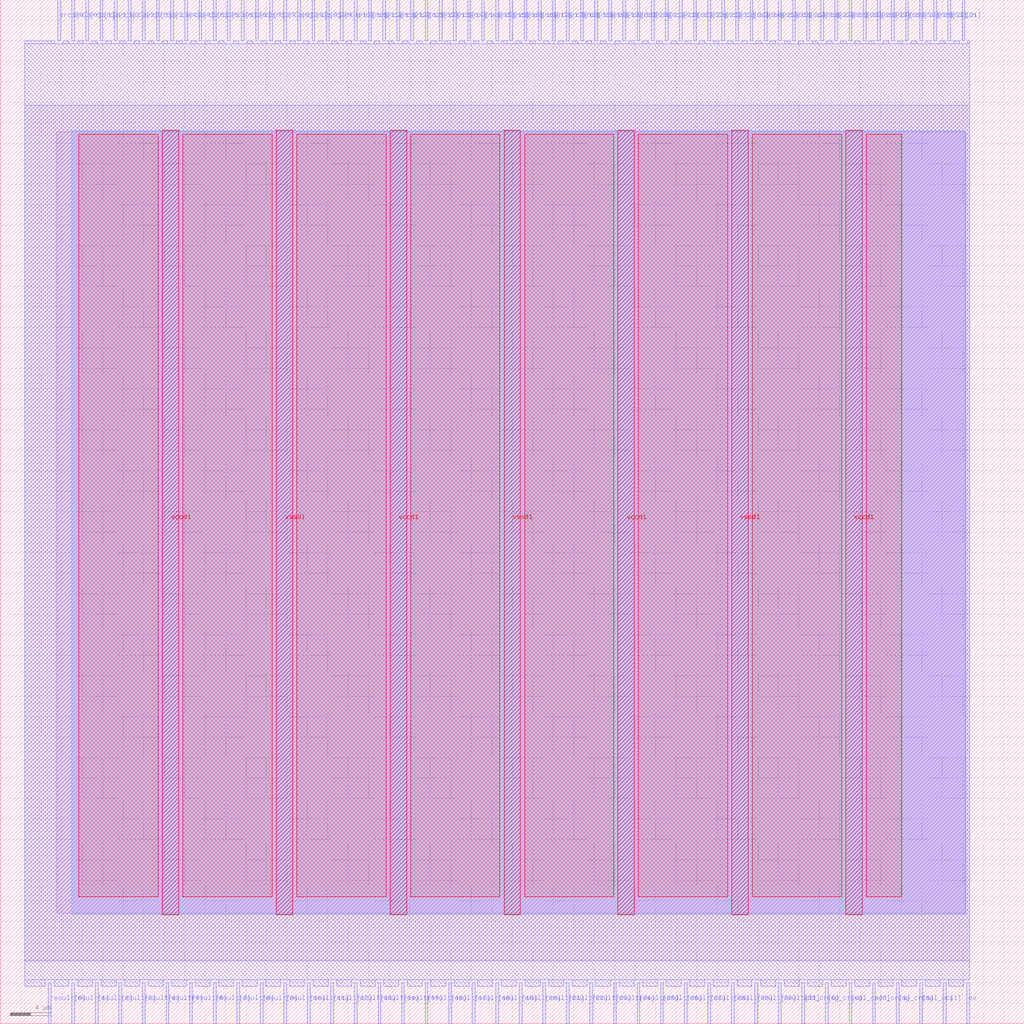
<source format=lef>
VERSION 5.7 ;
  NOWIREEXTENSIONATPIN ON ;
  DIVIDERCHAR "/" ;
  BUSBITCHARS "[]" ;
MACRO ALU
  CLASS BLOCK ;
  FOREIGN ALU ;
  ORIGIN 0.000 0.000 ;
  SIZE 100.000 BY 100.000 ;
  PIN add_cr[0]
    DIRECTION OUTPUT TRISTATE ;
    USE SIGNAL ;
    PORT
      LAYER met2 ;
        RECT 78.290 0.000 78.570 4.000 ;
    END
  END add_cr[0]
  PIN add_cr[1]
    DIRECTION OUTPUT TRISTATE ;
    USE SIGNAL ;
    PORT
      LAYER met2 ;
        RECT 85.190 0.000 85.470 4.000 ;
    END
  END add_cr[1]
  PIN ca
    DIRECTION OUTPUT TRISTATE ;
    USE SIGNAL ;
    PORT
      LAYER met2 ;
        RECT 92.090 0.000 92.370 4.000 ;
    END
  END ca
  PIN cin
    DIRECTION INPUT ;
    USE SIGNAL ;
    PORT
      LAYER met2 ;
        RECT 93.930 96.000 94.210 100.000 ;
    END
  END cin
  PIN cmp_cr[0]
    DIRECTION OUTPUT TRISTATE ;
    USE SIGNAL ;
    PORT
      LAYER met2 ;
        RECT 80.590 0.000 80.870 4.000 ;
    END
  END cmp_cr[0]
  PIN cmp_cr[1]
    DIRECTION OUTPUT TRISTATE ;
    USE SIGNAL ;
    PORT
      LAYER met2 ;
        RECT 87.490 0.000 87.770 4.000 ;
    END
  END cmp_cr[1]
  PIN cmpl_cr[0]
    DIRECTION OUTPUT TRISTATE ;
    USE SIGNAL ;
    PORT
      LAYER met2 ;
        RECT 82.890 0.000 83.170 4.000 ;
    END
  END cmpl_cr[0]
  PIN cmpl_cr[1]
    DIRECTION OUTPUT TRISTATE ;
    USE SIGNAL ;
    PORT
      LAYER met2 ;
        RECT 89.790 0.000 90.070 4.000 ;
    END
  END cmpl_cr[1]
  PIN ov
    DIRECTION OUTPUT TRISTATE ;
    USE SIGNAL ;
    PORT
      LAYER met2 ;
        RECT 94.390 0.000 94.670 4.000 ;
    END
  END ov
  PIN result[0]
    DIRECTION OUTPUT TRISTATE ;
    USE SIGNAL ;
    PORT
      LAYER met2 ;
        RECT 4.690 0.000 4.970 4.000 ;
    END
  END result[0]
  PIN result[10]
    DIRECTION OUTPUT TRISTATE ;
    USE SIGNAL ;
    PORT
      LAYER met2 ;
        RECT 27.690 0.000 27.970 4.000 ;
    END
  END result[10]
  PIN result[11]
    DIRECTION OUTPUT TRISTATE ;
    USE SIGNAL ;
    PORT
      LAYER met2 ;
        RECT 29.990 0.000 30.270 4.000 ;
    END
  END result[11]
  PIN result[12]
    DIRECTION OUTPUT TRISTATE ;
    USE SIGNAL ;
    PORT
      LAYER met2 ;
        RECT 32.290 0.000 32.570 4.000 ;
    END
  END result[12]
  PIN result[13]
    DIRECTION OUTPUT TRISTATE ;
    USE SIGNAL ;
    PORT
      LAYER met2 ;
        RECT 34.590 0.000 34.870 4.000 ;
    END
  END result[13]
  PIN result[14]
    DIRECTION OUTPUT TRISTATE ;
    USE SIGNAL ;
    PORT
      LAYER met2 ;
        RECT 36.890 0.000 37.170 4.000 ;
    END
  END result[14]
  PIN result[15]
    DIRECTION OUTPUT TRISTATE ;
    USE SIGNAL ;
    PORT
      LAYER met2 ;
        RECT 39.190 0.000 39.470 4.000 ;
    END
  END result[15]
  PIN result[16]
    DIRECTION OUTPUT TRISTATE ;
    USE SIGNAL ;
    PORT
      LAYER met2 ;
        RECT 41.490 0.000 41.770 4.000 ;
    END
  END result[16]
  PIN result[17]
    DIRECTION OUTPUT TRISTATE ;
    USE SIGNAL ;
    PORT
      LAYER met2 ;
        RECT 43.790 0.000 44.070 4.000 ;
    END
  END result[17]
  PIN result[18]
    DIRECTION OUTPUT TRISTATE ;
    USE SIGNAL ;
    PORT
      LAYER met2 ;
        RECT 46.090 0.000 46.370 4.000 ;
    END
  END result[18]
  PIN result[19]
    DIRECTION OUTPUT TRISTATE ;
    USE SIGNAL ;
    PORT
      LAYER met2 ;
        RECT 48.390 0.000 48.670 4.000 ;
    END
  END result[19]
  PIN result[1]
    DIRECTION OUTPUT TRISTATE ;
    USE SIGNAL ;
    PORT
      LAYER met2 ;
        RECT 6.990 0.000 7.270 4.000 ;
    END
  END result[1]
  PIN result[20]
    DIRECTION OUTPUT TRISTATE ;
    USE SIGNAL ;
    PORT
      LAYER met2 ;
        RECT 50.690 0.000 50.970 4.000 ;
    END
  END result[20]
  PIN result[21]
    DIRECTION OUTPUT TRISTATE ;
    USE SIGNAL ;
    PORT
      LAYER met2 ;
        RECT 52.990 0.000 53.270 4.000 ;
    END
  END result[21]
  PIN result[22]
    DIRECTION OUTPUT TRISTATE ;
    USE SIGNAL ;
    PORT
      LAYER met2 ;
        RECT 55.290 0.000 55.570 4.000 ;
    END
  END result[22]
  PIN result[23]
    DIRECTION OUTPUT TRISTATE ;
    USE SIGNAL ;
    PORT
      LAYER met2 ;
        RECT 57.590 0.000 57.870 4.000 ;
    END
  END result[23]
  PIN result[24]
    DIRECTION OUTPUT TRISTATE ;
    USE SIGNAL ;
    PORT
      LAYER met2 ;
        RECT 59.890 0.000 60.170 4.000 ;
    END
  END result[24]
  PIN result[25]
    DIRECTION OUTPUT TRISTATE ;
    USE SIGNAL ;
    PORT
      LAYER met2 ;
        RECT 62.190 0.000 62.470 4.000 ;
    END
  END result[25]
  PIN result[26]
    DIRECTION OUTPUT TRISTATE ;
    USE SIGNAL ;
    PORT
      LAYER met2 ;
        RECT 64.490 0.000 64.770 4.000 ;
    END
  END result[26]
  PIN result[27]
    DIRECTION OUTPUT TRISTATE ;
    USE SIGNAL ;
    PORT
      LAYER met2 ;
        RECT 66.790 0.000 67.070 4.000 ;
    END
  END result[27]
  PIN result[28]
    DIRECTION OUTPUT TRISTATE ;
    USE SIGNAL ;
    PORT
      LAYER met2 ;
        RECT 69.090 0.000 69.370 4.000 ;
    END
  END result[28]
  PIN result[29]
    DIRECTION OUTPUT TRISTATE ;
    USE SIGNAL ;
    PORT
      LAYER met2 ;
        RECT 71.390 0.000 71.670 4.000 ;
    END
  END result[29]
  PIN result[2]
    DIRECTION OUTPUT TRISTATE ;
    USE SIGNAL ;
    PORT
      LAYER met2 ;
        RECT 9.290 0.000 9.570 4.000 ;
    END
  END result[2]
  PIN result[30]
    DIRECTION OUTPUT TRISTATE ;
    USE SIGNAL ;
    PORT
      LAYER met2 ;
        RECT 73.690 0.000 73.970 4.000 ;
    END
  END result[30]
  PIN result[31]
    DIRECTION OUTPUT TRISTATE ;
    USE SIGNAL ;
    PORT
      LAYER met2 ;
        RECT 75.990 0.000 76.270 4.000 ;
    END
  END result[31]
  PIN result[3]
    DIRECTION OUTPUT TRISTATE ;
    USE SIGNAL ;
    PORT
      LAYER met2 ;
        RECT 11.590 0.000 11.870 4.000 ;
    END
  END result[3]
  PIN result[4]
    DIRECTION OUTPUT TRISTATE ;
    USE SIGNAL ;
    PORT
      LAYER met2 ;
        RECT 13.890 0.000 14.170 4.000 ;
    END
  END result[4]
  PIN result[5]
    DIRECTION OUTPUT TRISTATE ;
    USE SIGNAL ;
    PORT
      LAYER met2 ;
        RECT 16.190 0.000 16.470 4.000 ;
    END
  END result[5]
  PIN result[6]
    DIRECTION OUTPUT TRISTATE ;
    USE SIGNAL ;
    PORT
      LAYER met2 ;
        RECT 18.490 0.000 18.770 4.000 ;
    END
  END result[6]
  PIN result[7]
    DIRECTION OUTPUT TRISTATE ;
    USE SIGNAL ;
    PORT
      LAYER met2 ;
        RECT 20.790 0.000 21.070 4.000 ;
    END
  END result[7]
  PIN result[8]
    DIRECTION OUTPUT TRISTATE ;
    USE SIGNAL ;
    PORT
      LAYER met2 ;
        RECT 23.090 0.000 23.370 4.000 ;
    END
  END result[8]
  PIN result[9]
    DIRECTION OUTPUT TRISTATE ;
    USE SIGNAL ;
    PORT
      LAYER met2 ;
        RECT 25.390 0.000 25.670 4.000 ;
    END
  END result[9]
  PIN src1[0]
    DIRECTION INPUT ;
    USE SIGNAL ;
    PORT
      LAYER met2 ;
        RECT 5.610 96.000 5.890 100.000 ;
    END
  END src1[0]
  PIN src1[10]
    DIRECTION INPUT ;
    USE SIGNAL ;
    PORT
      LAYER met2 ;
        RECT 33.210 96.000 33.490 100.000 ;
    END
  END src1[10]
  PIN src1[11]
    DIRECTION INPUT ;
    USE SIGNAL ;
    PORT
      LAYER met2 ;
        RECT 35.970 96.000 36.250 100.000 ;
    END
  END src1[11]
  PIN src1[12]
    DIRECTION INPUT ;
    USE SIGNAL ;
    PORT
      LAYER met2 ;
        RECT 38.730 96.000 39.010 100.000 ;
    END
  END src1[12]
  PIN src1[13]
    DIRECTION INPUT ;
    USE SIGNAL ;
    PORT
      LAYER met2 ;
        RECT 41.490 96.000 41.770 100.000 ;
    END
  END src1[13]
  PIN src1[14]
    DIRECTION INPUT ;
    USE SIGNAL ;
    PORT
      LAYER met2 ;
        RECT 44.250 96.000 44.530 100.000 ;
    END
  END src1[14]
  PIN src1[15]
    DIRECTION INPUT ;
    USE SIGNAL ;
    PORT
      LAYER met2 ;
        RECT 47.010 96.000 47.290 100.000 ;
    END
  END src1[15]
  PIN src1[16]
    DIRECTION INPUT ;
    USE SIGNAL ;
    PORT
      LAYER met2 ;
        RECT 49.770 96.000 50.050 100.000 ;
    END
  END src1[16]
  PIN src1[17]
    DIRECTION INPUT ;
    USE SIGNAL ;
    PORT
      LAYER met2 ;
        RECT 52.530 96.000 52.810 100.000 ;
    END
  END src1[17]
  PIN src1[18]
    DIRECTION INPUT ;
    USE SIGNAL ;
    PORT
      LAYER met2 ;
        RECT 55.290 96.000 55.570 100.000 ;
    END
  END src1[18]
  PIN src1[19]
    DIRECTION INPUT ;
    USE SIGNAL ;
    PORT
      LAYER met2 ;
        RECT 58.050 96.000 58.330 100.000 ;
    END
  END src1[19]
  PIN src1[1]
    DIRECTION INPUT ;
    USE SIGNAL ;
    PORT
      LAYER met2 ;
        RECT 8.370 96.000 8.650 100.000 ;
    END
  END src1[1]
  PIN src1[20]
    DIRECTION INPUT ;
    USE SIGNAL ;
    PORT
      LAYER met2 ;
        RECT 60.810 96.000 61.090 100.000 ;
    END
  END src1[20]
  PIN src1[21]
    DIRECTION INPUT ;
    USE SIGNAL ;
    PORT
      LAYER met2 ;
        RECT 63.570 96.000 63.850 100.000 ;
    END
  END src1[21]
  PIN src1[22]
    DIRECTION INPUT ;
    USE SIGNAL ;
    PORT
      LAYER met2 ;
        RECT 66.330 96.000 66.610 100.000 ;
    END
  END src1[22]
  PIN src1[23]
    DIRECTION INPUT ;
    USE SIGNAL ;
    PORT
      LAYER met2 ;
        RECT 69.090 96.000 69.370 100.000 ;
    END
  END src1[23]
  PIN src1[24]
    DIRECTION INPUT ;
    USE SIGNAL ;
    PORT
      LAYER met2 ;
        RECT 71.850 96.000 72.130 100.000 ;
    END
  END src1[24]
  PIN src1[25]
    DIRECTION INPUT ;
    USE SIGNAL ;
    PORT
      LAYER met2 ;
        RECT 74.610 96.000 74.890 100.000 ;
    END
  END src1[25]
  PIN src1[26]
    DIRECTION INPUT ;
    USE SIGNAL ;
    PORT
      LAYER met2 ;
        RECT 77.370 96.000 77.650 100.000 ;
    END
  END src1[26]
  PIN src1[27]
    DIRECTION INPUT ;
    USE SIGNAL ;
    PORT
      LAYER met2 ;
        RECT 80.130 96.000 80.410 100.000 ;
    END
  END src1[27]
  PIN src1[28]
    DIRECTION INPUT ;
    USE SIGNAL ;
    PORT
      LAYER met2 ;
        RECT 82.890 96.000 83.170 100.000 ;
    END
  END src1[28]
  PIN src1[29]
    DIRECTION INPUT ;
    USE SIGNAL ;
    PORT
      LAYER met2 ;
        RECT 85.650 96.000 85.930 100.000 ;
    END
  END src1[29]
  PIN src1[2]
    DIRECTION INPUT ;
    USE SIGNAL ;
    PORT
      LAYER met2 ;
        RECT 11.130 96.000 11.410 100.000 ;
    END
  END src1[2]
  PIN src1[30]
    DIRECTION INPUT ;
    USE SIGNAL ;
    PORT
      LAYER met2 ;
        RECT 88.410 96.000 88.690 100.000 ;
    END
  END src1[30]
  PIN src1[31]
    DIRECTION INPUT ;
    USE SIGNAL ;
    PORT
      LAYER met2 ;
        RECT 91.170 96.000 91.450 100.000 ;
    END
  END src1[31]
  PIN src1[3]
    DIRECTION INPUT ;
    USE SIGNAL ;
    PORT
      LAYER met2 ;
        RECT 13.890 96.000 14.170 100.000 ;
    END
  END src1[3]
  PIN src1[4]
    DIRECTION INPUT ;
    USE SIGNAL ;
    PORT
      LAYER met2 ;
        RECT 16.650 96.000 16.930 100.000 ;
    END
  END src1[4]
  PIN src1[5]
    DIRECTION INPUT ;
    USE SIGNAL ;
    PORT
      LAYER met2 ;
        RECT 19.410 96.000 19.690 100.000 ;
    END
  END src1[5]
  PIN src1[6]
    DIRECTION INPUT ;
    USE SIGNAL ;
    PORT
      LAYER met2 ;
        RECT 22.170 96.000 22.450 100.000 ;
    END
  END src1[6]
  PIN src1[7]
    DIRECTION INPUT ;
    USE SIGNAL ;
    PORT
      LAYER met2 ;
        RECT 24.930 96.000 25.210 100.000 ;
    END
  END src1[7]
  PIN src1[8]
    DIRECTION INPUT ;
    USE SIGNAL ;
    PORT
      LAYER met2 ;
        RECT 27.690 96.000 27.970 100.000 ;
    END
  END src1[8]
  PIN src1[9]
    DIRECTION INPUT ;
    USE SIGNAL ;
    PORT
      LAYER met2 ;
        RECT 30.450 96.000 30.730 100.000 ;
    END
  END src1[9]
  PIN src2[0]
    DIRECTION INPUT ;
    USE SIGNAL ;
    PORT
      LAYER met2 ;
        RECT 6.990 96.000 7.270 100.000 ;
    END
  END src2[0]
  PIN src2[10]
    DIRECTION INPUT ;
    USE SIGNAL ;
    PORT
      LAYER met2 ;
        RECT 34.590 96.000 34.870 100.000 ;
    END
  END src2[10]
  PIN src2[11]
    DIRECTION INPUT ;
    USE SIGNAL ;
    PORT
      LAYER met2 ;
        RECT 37.350 96.000 37.630 100.000 ;
    END
  END src2[11]
  PIN src2[12]
    DIRECTION INPUT ;
    USE SIGNAL ;
    PORT
      LAYER met2 ;
        RECT 40.110 96.000 40.390 100.000 ;
    END
  END src2[12]
  PIN src2[13]
    DIRECTION INPUT ;
    USE SIGNAL ;
    PORT
      LAYER met2 ;
        RECT 42.870 96.000 43.150 100.000 ;
    END
  END src2[13]
  PIN src2[14]
    DIRECTION INPUT ;
    USE SIGNAL ;
    PORT
      LAYER met2 ;
        RECT 45.630 96.000 45.910 100.000 ;
    END
  END src2[14]
  PIN src2[15]
    DIRECTION INPUT ;
    USE SIGNAL ;
    PORT
      LAYER met2 ;
        RECT 48.390 96.000 48.670 100.000 ;
    END
  END src2[15]
  PIN src2[16]
    DIRECTION INPUT ;
    USE SIGNAL ;
    PORT
      LAYER met2 ;
        RECT 51.150 96.000 51.430 100.000 ;
    END
  END src2[16]
  PIN src2[17]
    DIRECTION INPUT ;
    USE SIGNAL ;
    PORT
      LAYER met2 ;
        RECT 53.910 96.000 54.190 100.000 ;
    END
  END src2[17]
  PIN src2[18]
    DIRECTION INPUT ;
    USE SIGNAL ;
    PORT
      LAYER met2 ;
        RECT 56.670 96.000 56.950 100.000 ;
    END
  END src2[18]
  PIN src2[19]
    DIRECTION INPUT ;
    USE SIGNAL ;
    PORT
      LAYER met2 ;
        RECT 59.430 96.000 59.710 100.000 ;
    END
  END src2[19]
  PIN src2[1]
    DIRECTION INPUT ;
    USE SIGNAL ;
    PORT
      LAYER met2 ;
        RECT 9.750 96.000 10.030 100.000 ;
    END
  END src2[1]
  PIN src2[20]
    DIRECTION INPUT ;
    USE SIGNAL ;
    PORT
      LAYER met2 ;
        RECT 62.190 96.000 62.470 100.000 ;
    END
  END src2[20]
  PIN src2[21]
    DIRECTION INPUT ;
    USE SIGNAL ;
    PORT
      LAYER met2 ;
        RECT 64.950 96.000 65.230 100.000 ;
    END
  END src2[21]
  PIN src2[22]
    DIRECTION INPUT ;
    USE SIGNAL ;
    PORT
      LAYER met2 ;
        RECT 67.710 96.000 67.990 100.000 ;
    END
  END src2[22]
  PIN src2[23]
    DIRECTION INPUT ;
    USE SIGNAL ;
    PORT
      LAYER met2 ;
        RECT 70.470 96.000 70.750 100.000 ;
    END
  END src2[23]
  PIN src2[24]
    DIRECTION INPUT ;
    USE SIGNAL ;
    PORT
      LAYER met2 ;
        RECT 73.230 96.000 73.510 100.000 ;
    END
  END src2[24]
  PIN src2[25]
    DIRECTION INPUT ;
    USE SIGNAL ;
    PORT
      LAYER met2 ;
        RECT 75.990 96.000 76.270 100.000 ;
    END
  END src2[25]
  PIN src2[26]
    DIRECTION INPUT ;
    USE SIGNAL ;
    PORT
      LAYER met2 ;
        RECT 78.750 96.000 79.030 100.000 ;
    END
  END src2[26]
  PIN src2[27]
    DIRECTION INPUT ;
    USE SIGNAL ;
    PORT
      LAYER met2 ;
        RECT 81.510 96.000 81.790 100.000 ;
    END
  END src2[27]
  PIN src2[28]
    DIRECTION INPUT ;
    USE SIGNAL ;
    PORT
      LAYER met2 ;
        RECT 84.270 96.000 84.550 100.000 ;
    END
  END src2[28]
  PIN src2[29]
    DIRECTION INPUT ;
    USE SIGNAL ;
    PORT
      LAYER met2 ;
        RECT 87.030 96.000 87.310 100.000 ;
    END
  END src2[29]
  PIN src2[2]
    DIRECTION INPUT ;
    USE SIGNAL ;
    PORT
      LAYER met2 ;
        RECT 12.510 96.000 12.790 100.000 ;
    END
  END src2[2]
  PIN src2[30]
    DIRECTION INPUT ;
    USE SIGNAL ;
    PORT
      LAYER met2 ;
        RECT 89.790 96.000 90.070 100.000 ;
    END
  END src2[30]
  PIN src2[31]
    DIRECTION INPUT ;
    USE SIGNAL ;
    PORT
      LAYER met2 ;
        RECT 92.550 96.000 92.830 100.000 ;
    END
  END src2[31]
  PIN src2[3]
    DIRECTION INPUT ;
    USE SIGNAL ;
    PORT
      LAYER met2 ;
        RECT 15.270 96.000 15.550 100.000 ;
    END
  END src2[3]
  PIN src2[4]
    DIRECTION INPUT ;
    USE SIGNAL ;
    PORT
      LAYER met2 ;
        RECT 18.030 96.000 18.310 100.000 ;
    END
  END src2[4]
  PIN src2[5]
    DIRECTION INPUT ;
    USE SIGNAL ;
    PORT
      LAYER met2 ;
        RECT 20.790 96.000 21.070 100.000 ;
    END
  END src2[5]
  PIN src2[6]
    DIRECTION INPUT ;
    USE SIGNAL ;
    PORT
      LAYER met2 ;
        RECT 23.550 96.000 23.830 100.000 ;
    END
  END src2[6]
  PIN src2[7]
    DIRECTION INPUT ;
    USE SIGNAL ;
    PORT
      LAYER met2 ;
        RECT 26.310 96.000 26.590 100.000 ;
    END
  END src2[7]
  PIN src2[8]
    DIRECTION INPUT ;
    USE SIGNAL ;
    PORT
      LAYER met2 ;
        RECT 29.070 96.000 29.350 100.000 ;
    END
  END src2[8]
  PIN src2[9]
    DIRECTION INPUT ;
    USE SIGNAL ;
    PORT
      LAYER met2 ;
        RECT 31.830 96.000 32.110 100.000 ;
    END
  END src2[9]
  PIN vccd1
    DIRECTION INOUT ;
    USE POWER ;
    PORT
      LAYER met4 ;
        RECT 15.840 10.640 17.440 87.280 ;
    END
    PORT
      LAYER met4 ;
        RECT 38.080 10.640 39.680 87.280 ;
    END
    PORT
      LAYER met4 ;
        RECT 60.320 10.640 61.920 87.280 ;
    END
    PORT
      LAYER met4 ;
        RECT 82.560 10.640 84.160 87.280 ;
    END
  END vccd1
  PIN vssd1
    DIRECTION INOUT ;
    USE GROUND ;
    PORT
      LAYER met4 ;
        RECT 26.960 10.640 28.560 87.280 ;
    END
    PORT
      LAYER met4 ;
        RECT 49.200 10.640 50.800 87.280 ;
    END
    PORT
      LAYER met4 ;
        RECT 71.440 10.640 73.040 87.280 ;
    END
  END vssd1
  OBS
      LAYER li1 ;
        RECT 5.520 10.795 94.300 87.125 ;
      LAYER met1 ;
        RECT 2.370 6.160 94.690 89.720 ;
      LAYER met2 ;
        RECT 2.400 95.720 5.330 96.000 ;
        RECT 6.170 95.720 6.710 96.000 ;
        RECT 7.550 95.720 8.090 96.000 ;
        RECT 8.930 95.720 9.470 96.000 ;
        RECT 10.310 95.720 10.850 96.000 ;
        RECT 11.690 95.720 12.230 96.000 ;
        RECT 13.070 95.720 13.610 96.000 ;
        RECT 14.450 95.720 14.990 96.000 ;
        RECT 15.830 95.720 16.370 96.000 ;
        RECT 17.210 95.720 17.750 96.000 ;
        RECT 18.590 95.720 19.130 96.000 ;
        RECT 19.970 95.720 20.510 96.000 ;
        RECT 21.350 95.720 21.890 96.000 ;
        RECT 22.730 95.720 23.270 96.000 ;
        RECT 24.110 95.720 24.650 96.000 ;
        RECT 25.490 95.720 26.030 96.000 ;
        RECT 26.870 95.720 27.410 96.000 ;
        RECT 28.250 95.720 28.790 96.000 ;
        RECT 29.630 95.720 30.170 96.000 ;
        RECT 31.010 95.720 31.550 96.000 ;
        RECT 32.390 95.720 32.930 96.000 ;
        RECT 33.770 95.720 34.310 96.000 ;
        RECT 35.150 95.720 35.690 96.000 ;
        RECT 36.530 95.720 37.070 96.000 ;
        RECT 37.910 95.720 38.450 96.000 ;
        RECT 39.290 95.720 39.830 96.000 ;
        RECT 40.670 95.720 41.210 96.000 ;
        RECT 42.050 95.720 42.590 96.000 ;
        RECT 43.430 95.720 43.970 96.000 ;
        RECT 44.810 95.720 45.350 96.000 ;
        RECT 46.190 95.720 46.730 96.000 ;
        RECT 47.570 95.720 48.110 96.000 ;
        RECT 48.950 95.720 49.490 96.000 ;
        RECT 50.330 95.720 50.870 96.000 ;
        RECT 51.710 95.720 52.250 96.000 ;
        RECT 53.090 95.720 53.630 96.000 ;
        RECT 54.470 95.720 55.010 96.000 ;
        RECT 55.850 95.720 56.390 96.000 ;
        RECT 57.230 95.720 57.770 96.000 ;
        RECT 58.610 95.720 59.150 96.000 ;
        RECT 59.990 95.720 60.530 96.000 ;
        RECT 61.370 95.720 61.910 96.000 ;
        RECT 62.750 95.720 63.290 96.000 ;
        RECT 64.130 95.720 64.670 96.000 ;
        RECT 65.510 95.720 66.050 96.000 ;
        RECT 66.890 95.720 67.430 96.000 ;
        RECT 68.270 95.720 68.810 96.000 ;
        RECT 69.650 95.720 70.190 96.000 ;
        RECT 71.030 95.720 71.570 96.000 ;
        RECT 72.410 95.720 72.950 96.000 ;
        RECT 73.790 95.720 74.330 96.000 ;
        RECT 75.170 95.720 75.710 96.000 ;
        RECT 76.550 95.720 77.090 96.000 ;
        RECT 77.930 95.720 78.470 96.000 ;
        RECT 79.310 95.720 79.850 96.000 ;
        RECT 80.690 95.720 81.230 96.000 ;
        RECT 82.070 95.720 82.610 96.000 ;
        RECT 83.450 95.720 83.990 96.000 ;
        RECT 84.830 95.720 85.370 96.000 ;
        RECT 86.210 95.720 86.750 96.000 ;
        RECT 87.590 95.720 88.130 96.000 ;
        RECT 88.970 95.720 89.510 96.000 ;
        RECT 90.350 95.720 90.890 96.000 ;
        RECT 91.730 95.720 92.270 96.000 ;
        RECT 93.110 95.720 93.650 96.000 ;
        RECT 94.490 95.720 94.660 96.000 ;
        RECT 2.400 4.280 94.660 95.720 ;
        RECT 2.400 3.670 4.410 4.280 ;
        RECT 5.250 3.670 6.710 4.280 ;
        RECT 7.550 3.670 9.010 4.280 ;
        RECT 9.850 3.670 11.310 4.280 ;
        RECT 12.150 3.670 13.610 4.280 ;
        RECT 14.450 3.670 15.910 4.280 ;
        RECT 16.750 3.670 18.210 4.280 ;
        RECT 19.050 3.670 20.510 4.280 ;
        RECT 21.350 3.670 22.810 4.280 ;
        RECT 23.650 3.670 25.110 4.280 ;
        RECT 25.950 3.670 27.410 4.280 ;
        RECT 28.250 3.670 29.710 4.280 ;
        RECT 30.550 3.670 32.010 4.280 ;
        RECT 32.850 3.670 34.310 4.280 ;
        RECT 35.150 3.670 36.610 4.280 ;
        RECT 37.450 3.670 38.910 4.280 ;
        RECT 39.750 3.670 41.210 4.280 ;
        RECT 42.050 3.670 43.510 4.280 ;
        RECT 44.350 3.670 45.810 4.280 ;
        RECT 46.650 3.670 48.110 4.280 ;
        RECT 48.950 3.670 50.410 4.280 ;
        RECT 51.250 3.670 52.710 4.280 ;
        RECT 53.550 3.670 55.010 4.280 ;
        RECT 55.850 3.670 57.310 4.280 ;
        RECT 58.150 3.670 59.610 4.280 ;
        RECT 60.450 3.670 61.910 4.280 ;
        RECT 62.750 3.670 64.210 4.280 ;
        RECT 65.050 3.670 66.510 4.280 ;
        RECT 67.350 3.670 68.810 4.280 ;
        RECT 69.650 3.670 71.110 4.280 ;
        RECT 71.950 3.670 73.410 4.280 ;
        RECT 74.250 3.670 75.710 4.280 ;
        RECT 76.550 3.670 78.010 4.280 ;
        RECT 78.850 3.670 80.310 4.280 ;
        RECT 81.150 3.670 82.610 4.280 ;
        RECT 83.450 3.670 84.910 4.280 ;
        RECT 85.750 3.670 87.210 4.280 ;
        RECT 88.050 3.670 89.510 4.280 ;
        RECT 90.350 3.670 91.810 4.280 ;
        RECT 92.650 3.670 94.110 4.280 ;
      LAYER met3 ;
        RECT 6.965 10.715 94.235 87.205 ;
      LAYER met4 ;
        RECT 7.655 12.415 15.440 86.865 ;
        RECT 17.840 12.415 26.560 86.865 ;
        RECT 28.960 12.415 37.680 86.865 ;
        RECT 40.080 12.415 48.800 86.865 ;
        RECT 51.200 12.415 59.920 86.865 ;
        RECT 62.320 12.415 71.040 86.865 ;
        RECT 73.440 12.415 82.160 86.865 ;
        RECT 84.560 12.415 88.025 86.865 ;
  END
END ALU
END LIBRARY


</source>
